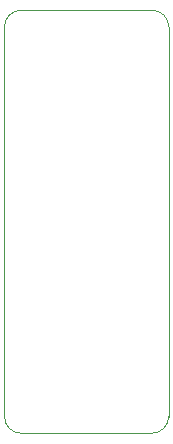
<source format=gbr>
%TF.GenerationSoftware,KiCad,Pcbnew,8.0.1*%
%TF.CreationDate,2024-08-06T23:31:19+08:00*%
%TF.ProjectId,ST-Link-V2.1,53542d4c-696e-46b2-9d56-322e312e6b69,rev?*%
%TF.SameCoordinates,Original*%
%TF.FileFunction,Profile,NP*%
%FSLAX46Y46*%
G04 Gerber Fmt 4.6, Leading zero omitted, Abs format (unit mm)*
G04 Created by KiCad (PCBNEW 8.0.1) date 2024-08-06 23:31:19*
%MOMM*%
%LPD*%
G01*
G04 APERTURE LIST*
%TA.AperFunction,Profile*%
%ADD10C,0.050000*%
%TD*%
G04 APERTURE END LIST*
D10*
X53500000Y-68900000D02*
X64610051Y-68900000D01*
X52100000Y-34500000D02*
X52100000Y-67500000D01*
X64610051Y-33100000D02*
X53500000Y-33100000D01*
X66010051Y-67500000D02*
X66010051Y-34500000D01*
X53500000Y-68900000D02*
G75*
G02*
X52100000Y-67500000I2J1400002D01*
G01*
X52100000Y-34500000D02*
G75*
G02*
X53500000Y-33100000I1400002J-2D01*
G01*
X64610051Y-33100000D02*
G75*
G02*
X66010051Y-34500000I-2J-1400002D01*
G01*
X66010051Y-67500000D02*
G75*
G02*
X64610051Y-68900000I-1400000J0D01*
G01*
M02*

</source>
